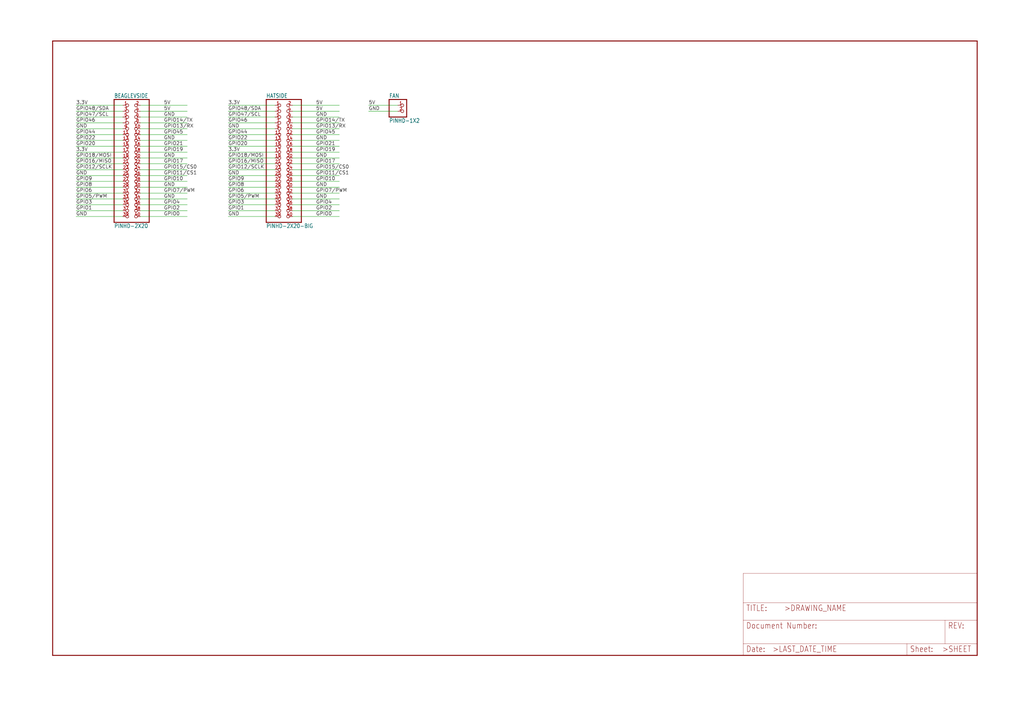
<source format=kicad_sch>
(kicad_sch (version 20210406) (generator eeschema)
  (paper "User" 444.5 306.019)
  (lib_symbols
    (symbol "BeagleV Chew Toy-eagle-import:PINHD-1X2"
      (property "Reference" "JP" (at -6.35 5.715 0))
      (property "Value" "PINHD-1X2" (at -6.35 -5.08 0))
      (symbol "PINHD-1X2_1_0"
        (polyline (pts (xy -6.35 -2.54) (xy 1.27 -2.54)) (stroke (width 0.4064)))
        (polyline (pts (xy -6.35 5.08) (xy -6.35 -2.54)) (stroke (width 0.4064)))
        (polyline (pts (xy 1.27 -2.54) (xy 1.27 5.08)) (stroke (width 0.4064)))
        (polyline (pts (xy 1.27 5.08) (xy -6.35 5.08)) (stroke (width 0.4064)))
        (pin passive inverted (at -2.54 2.54 0) (length 2.54) (name "1") (number "1"))
        (pin passive inverted (at -2.54 0 0) (length 2.54) (name "2") (number "2"))
      )
    )
    (symbol "BeagleV Chew Toy-eagle-import:PINHD-2X20"
      (property "Reference" "JP" (at -6.35 26.035 0))
      (property "Value" "PINHD-2X20" (at -6.35 -30.48 0))
      (symbol "PINHD-2X20_1_0"
        (polyline (pts (xy -6.35 -27.94) (xy 8.89 -27.94)) (stroke (width 0.4064)))
        (polyline (pts (xy -6.35 25.4) (xy -6.35 -27.94)) (stroke (width 0.4064)))
        (polyline (pts (xy 8.89 -27.94) (xy 8.89 25.4)) (stroke (width 0.4064)))
        (polyline (pts (xy 8.89 25.4) (xy -6.35 25.4)) (stroke (width 0.4064)))
        (pin passive inverted (at -2.54 22.86 0) (length 2.54) (name "1") (number "1"))
        (pin passive inverted (at 5.08 12.7 180) (length 2.54) (name "10") (number "10"))
        (pin passive inverted (at -2.54 10.16 0) (length 2.54) (name "11") (number "11"))
        (pin passive inverted (at 5.08 10.16 180) (length 2.54) (name "12") (number "12"))
        (pin passive inverted (at -2.54 7.62 0) (length 2.54) (name "13") (number "13"))
        (pin passive inverted (at 5.08 7.62 180) (length 2.54) (name "14") (number "14"))
        (pin passive inverted (at -2.54 5.08 0) (length 2.54) (name "15") (number "15"))
        (pin passive inverted (at 5.08 5.08 180) (length 2.54) (name "16") (number "16"))
        (pin passive inverted (at -2.54 2.54 0) (length 2.54) (name "17") (number "17"))
        (pin passive inverted (at 5.08 2.54 180) (length 2.54) (name "18") (number "18"))
        (pin passive inverted (at -2.54 0 0) (length 2.54) (name "19") (number "19"))
        (pin passive inverted (at 5.08 22.86 180) (length 2.54) (name "2") (number "2"))
        (pin passive inverted (at 5.08 0 180) (length 2.54) (name "20") (number "20"))
        (pin passive inverted (at -2.54 -2.54 0) (length 2.54) (name "21") (number "21"))
        (pin passive inverted (at 5.08 -2.54 180) (length 2.54) (name "22") (number "22"))
        (pin passive inverted (at -2.54 -5.08 0) (length 2.54) (name "23") (number "23"))
        (pin passive inverted (at 5.08 -5.08 180) (length 2.54) (name "24") (number "24"))
        (pin passive inverted (at -2.54 -7.62 0) (length 2.54) (name "25") (number "25"))
        (pin passive inverted (at 5.08 -7.62 180) (length 2.54) (name "26") (number "26"))
        (pin passive inverted (at -2.54 -10.16 0) (length 2.54) (name "27") (number "27"))
        (pin passive inverted (at 5.08 -10.16 180) (length 2.54) (name "28") (number "28"))
        (pin passive inverted (at -2.54 -12.7 0) (length 2.54) (name "29") (number "29"))
        (pin passive inverted (at -2.54 20.32 0) (length 2.54) (name "3") (number "3"))
        (pin passive inverted (at 5.08 -12.7 180) (length 2.54) (name "30") (number "30"))
        (pin passive inverted (at -2.54 -15.24 0) (length 2.54) (name "31") (number "31"))
        (pin passive inverted (at 5.08 -15.24 180) (length 2.54) (name "32") (number "32"))
        (pin passive inverted (at -2.54 -17.78 0) (length 2.54) (name "33") (number "33"))
        (pin passive inverted (at 5.08 -17.78 180) (length 2.54) (name "34") (number "34"))
        (pin passive inverted (at -2.54 -20.32 0) (length 2.54) (name "35") (number "35"))
        (pin passive inverted (at 5.08 -20.32 180) (length 2.54) (name "36") (number "36"))
        (pin passive inverted (at -2.54 -22.86 0) (length 2.54) (name "37") (number "37"))
        (pin passive inverted (at 5.08 -22.86 180) (length 2.54) (name "38") (number "38"))
        (pin passive inverted (at -2.54 -25.4 0) (length 2.54) (name "39") (number "39"))
        (pin passive inverted (at 5.08 20.32 180) (length 2.54) (name "4") (number "4"))
        (pin passive inverted (at 5.08 -25.4 180) (length 2.54) (name "40") (number "40"))
        (pin passive inverted (at -2.54 17.78 0) (length 2.54) (name "5") (number "5"))
        (pin passive inverted (at 5.08 17.78 180) (length 2.54) (name "6") (number "6"))
        (pin passive inverted (at -2.54 15.24 0) (length 2.54) (name "7") (number "7"))
        (pin passive inverted (at 5.08 15.24 180) (length 2.54) (name "8") (number "8"))
        (pin passive inverted (at -2.54 12.7 0) (length 2.54) (name "9") (number "9"))
      )
    )
    (symbol "BeagleV Chew Toy-eagle-import:PINHD-2X20-BIG"
      (property "Reference" "JP" (at -6.35 26.035 0))
      (property "Value" "PINHD-2X20-BIG" (at -6.35 -30.48 0))
      (symbol "PINHD-2X20-BIG_1_0"
        (polyline (pts (xy -6.35 -27.94) (xy 8.89 -27.94)) (stroke (width 0.4064)))
        (polyline (pts (xy -6.35 25.4) (xy -6.35 -27.94)) (stroke (width 0.4064)))
        (polyline (pts (xy 8.89 -27.94) (xy 8.89 25.4)) (stroke (width 0.4064)))
        (polyline (pts (xy 8.89 25.4) (xy -6.35 25.4)) (stroke (width 0.4064)))
        (pin passive inverted (at -2.54 22.86 0) (length 2.54) (name "1") (number "1"))
        (pin passive inverted (at 5.08 12.7 180) (length 2.54) (name "10") (number "10"))
        (pin passive inverted (at -2.54 10.16 0) (length 2.54) (name "11") (number "11"))
        (pin passive inverted (at 5.08 10.16 180) (length 2.54) (name "12") (number "12"))
        (pin passive inverted (at -2.54 7.62 0) (length 2.54) (name "13") (number "13"))
        (pin passive inverted (at 5.08 7.62 180) (length 2.54) (name "14") (number "14"))
        (pin passive inverted (at -2.54 5.08 0) (length 2.54) (name "15") (number "15"))
        (pin passive inverted (at 5.08 5.08 180) (length 2.54) (name "16") (number "16"))
        (pin passive inverted (at -2.54 2.54 0) (length 2.54) (name "17") (number "17"))
        (pin passive inverted (at 5.08 2.54 180) (length 2.54) (name "18") (number "18"))
        (pin passive inverted (at -2.54 0 0) (length 2.54) (name "19") (number "19"))
        (pin passive inverted (at 5.08 22.86 180) (length 2.54) (name "2") (number "2"))
        (pin passive inverted (at 5.08 0 180) (length 2.54) (name "20") (number "20"))
        (pin passive inverted (at -2.54 -2.54 0) (length 2.54) (name "21") (number "21"))
        (pin passive inverted (at 5.08 -2.54 180) (length 2.54) (name "22") (number "22"))
        (pin passive inverted (at -2.54 -5.08 0) (length 2.54) (name "23") (number "23"))
        (pin passive inverted (at 5.08 -5.08 180) (length 2.54) (name "24") (number "24"))
        (pin passive inverted (at -2.54 -7.62 0) (length 2.54) (name "25") (number "25"))
        (pin passive inverted (at 5.08 -7.62 180) (length 2.54) (name "26") (number "26"))
        (pin passive inverted (at -2.54 -10.16 0) (length 2.54) (name "27") (number "27"))
        (pin passive inverted (at 5.08 -10.16 180) (length 2.54) (name "28") (number "28"))
        (pin passive inverted (at -2.54 -12.7 0) (length 2.54) (name "29") (number "29"))
        (pin passive inverted (at -2.54 20.32 0) (length 2.54) (name "3") (number "3"))
        (pin passive inverted (at 5.08 -12.7 180) (length 2.54) (name "30") (number "30"))
        (pin passive inverted (at -2.54 -15.24 0) (length 2.54) (name "31") (number "31"))
        (pin passive inverted (at 5.08 -15.24 180) (length 2.54) (name "32") (number "32"))
        (pin passive inverted (at -2.54 -17.78 0) (length 2.54) (name "33") (number "33"))
        (pin passive inverted (at 5.08 -17.78 180) (length 2.54) (name "34") (number "34"))
        (pin passive inverted (at -2.54 -20.32 0) (length 2.54) (name "35") (number "35"))
        (pin passive inverted (at 5.08 -20.32 180) (length 2.54) (name "36") (number "36"))
        (pin passive inverted (at -2.54 -22.86 0) (length 2.54) (name "37") (number "37"))
        (pin passive inverted (at 5.08 -22.86 180) (length 2.54) (name "38") (number "38"))
        (pin passive inverted (at -2.54 -25.4 0) (length 2.54) (name "39") (number "39"))
        (pin passive inverted (at 5.08 20.32 180) (length 2.54) (name "4") (number "4"))
        (pin passive inverted (at 5.08 -25.4 180) (length 2.54) (name "40") (number "40"))
        (pin passive inverted (at -2.54 17.78 0) (length 2.54) (name "5") (number "5"))
        (pin passive inverted (at 5.08 17.78 180) (length 2.54) (name "6") (number "6"))
        (pin passive inverted (at -2.54 15.24 0) (length 2.54) (name "7") (number "7"))
        (pin passive inverted (at 5.08 15.24 180) (length 2.54) (name "8") (number "8"))
        (pin passive inverted (at -2.54 12.7 0) (length 2.54) (name "9") (number "9"))
      )
    )
    (symbol "BeagleV Chew Toy-eagle-import:TABL_L"
      (symbol "TABL_L_1_0"
        (polyline (pts (xy 0 0) (xy 401.32 0)) (stroke (width 0.4064)))
        (polyline (pts (xy 0 266.7) (xy 0 0)) (stroke (width 0.4064)))
        (polyline (pts (xy 401.32 0) (xy 401.32 266.7)) (stroke (width 0.4064)))
        (polyline (pts (xy 401.32 266.7) (xy 0 266.7)) (stroke (width 0.4064)))
      )
      (symbol "TABL_L_2_0"
        (text ">DRAWING_NAME" (at 17.78 19.05 0) (effects (font (size 2.54 2.159)) (justify left bottom)))
        (text ">LAST_DATE_TIME" (at 12.7 1.27 0) (effects (font (size 2.54 2.159)) (justify left bottom)))
        (text ">SHEET" (at 86.36 1.27 0) (effects (font (size 2.54 2.159)) (justify left bottom)))
        (text "Date:" (at 1.27 1.27 0) (effects (font (size 2.54 2.159)) (justify left bottom)))
        (text "Document Number:" (at 1.27 11.43 0) (effects (font (size 2.54 2.159)) (justify left bottom)))
        (text "REV:" (at 88.9 11.43 0) (effects (font (size 2.54 2.159)) (justify left bottom)))
        (text "Sheet:" (at 72.39 1.27 0) (effects (font (size 2.54 2.159)) (justify left bottom)))
        (text "TITLE:" (at 1.27 19.05 0) (effects (font (size 2.54 2.159)) (justify left bottom)))
        (polyline (pts (xy 0 0) (xy 0 5.08)) (stroke (width 0.1016)))
        (polyline (pts (xy 0 0) (xy 71.12 0)) (stroke (width 0.1016)))
        (polyline (pts (xy 0 5.08) (xy 0 15.24)) (stroke (width 0.1016)))
        (polyline (pts (xy 0 5.08) (xy 71.12 5.08)) (stroke (width 0.1016)))
        (polyline (pts (xy 0 15.24) (xy 0 22.86)) (stroke (width 0.1016)))
        (polyline (pts (xy 0 22.86) (xy 0 35.56)) (stroke (width 0.1016)))
        (polyline (pts (xy 0 22.86) (xy 101.6 22.86)) (stroke (width 0.1016)))
        (polyline (pts (xy 71.12 0) (xy 101.6 0)) (stroke (width 0.1016)))
        (polyline (pts (xy 71.12 5.08) (xy 71.12 0)) (stroke (width 0.1016)))
        (polyline (pts (xy 71.12 5.08) (xy 87.63 5.08)) (stroke (width 0.1016)))
        (polyline (pts (xy 87.63 5.08) (xy 101.6 5.08)) (stroke (width 0.1016)))
        (polyline (pts (xy 87.63 15.24) (xy 0 15.24)) (stroke (width 0.1016)))
        (polyline (pts (xy 87.63 15.24) (xy 87.63 5.08)) (stroke (width 0.1016)))
        (polyline (pts (xy 101.6 5.08) (xy 101.6 0)) (stroke (width 0.1016)))
        (polyline (pts (xy 101.6 15.24) (xy 87.63 15.24)) (stroke (width 0.1016)))
        (polyline (pts (xy 101.6 15.24) (xy 101.6 5.08)) (stroke (width 0.1016)))
        (polyline (pts (xy 101.6 22.86) (xy 101.6 15.24)) (stroke (width 0.1016)))
        (polyline (pts (xy 101.6 35.56) (xy 0 35.56)) (stroke (width 0.1016)))
        (polyline (pts (xy 101.6 35.56) (xy 101.6 22.86)) (stroke (width 0.1016)))
      )
    )
  )
  (wire (pts (xy 53.34 45.72) (xy 33.02 45.72)))
  (wire (pts (xy 53.34 48.26) (xy 33.02 48.26)))
  (wire (pts (xy 53.34 50.8) (xy 33.02 50.8)))
  (wire (pts (xy 53.34 53.34) (xy 33.02 53.34)))
  (wire (pts (xy 53.34 55.88) (xy 33.02 55.88)))
  (wire (pts (xy 53.34 58.42) (xy 33.02 58.42)))
  (wire (pts (xy 53.34 60.96) (xy 33.02 60.96)))
  (wire (pts (xy 53.34 63.5) (xy 33.02 63.5)))
  (wire (pts (xy 53.34 66.04) (xy 33.02 66.04)))
  (wire (pts (xy 53.34 68.58) (xy 33.02 68.58)))
  (wire (pts (xy 53.34 71.12) (xy 33.02 71.12)))
  (wire (pts (xy 53.34 73.66) (xy 33.02 73.66)))
  (wire (pts (xy 53.34 76.2) (xy 33.02 76.2)))
  (wire (pts (xy 53.34 78.74) (xy 33.02 78.74)))
  (wire (pts (xy 53.34 81.28) (xy 33.02 81.28)))
  (wire (pts (xy 53.34 83.82) (xy 33.02 83.82)))
  (wire (pts (xy 53.34 86.36) (xy 33.02 86.36)))
  (wire (pts (xy 53.34 88.9) (xy 33.02 88.9)))
  (wire (pts (xy 53.34 91.44) (xy 33.02 91.44)))
  (wire (pts (xy 53.34 93.98) (xy 33.02 93.98)))
  (wire (pts (xy 60.96 45.72) (xy 81.28 45.72)))
  (wire (pts (xy 60.96 48.26) (xy 81.28 48.26)))
  (wire (pts (xy 60.96 50.8) (xy 81.28 50.8)))
  (wire (pts (xy 60.96 53.34) (xy 81.28 53.34)))
  (wire (pts (xy 60.96 55.88) (xy 81.28 55.88)))
  (wire (pts (xy 60.96 58.42) (xy 81.28 58.42)))
  (wire (pts (xy 60.96 60.96) (xy 81.28 60.96)))
  (wire (pts (xy 60.96 63.5) (xy 81.28 63.5)))
  (wire (pts (xy 60.96 66.04) (xy 81.28 66.04)))
  (wire (pts (xy 60.96 68.58) (xy 81.28 68.58)))
  (wire (pts (xy 60.96 71.12) (xy 81.28 71.12)))
  (wire (pts (xy 60.96 73.66) (xy 81.28 73.66)))
  (wire (pts (xy 60.96 76.2) (xy 81.28 76.2)))
  (wire (pts (xy 60.96 78.74) (xy 81.28 78.74)))
  (wire (pts (xy 60.96 81.28) (xy 81.28 81.28)))
  (wire (pts (xy 60.96 83.82) (xy 81.28 83.82)))
  (wire (pts (xy 60.96 86.36) (xy 81.28 86.36)))
  (wire (pts (xy 60.96 88.9) (xy 81.28 88.9)))
  (wire (pts (xy 60.96 91.44) (xy 81.28 91.44)))
  (wire (pts (xy 60.96 93.98) (xy 81.28 93.98)))
  (wire (pts (xy 119.38 45.72) (xy 99.06 45.72)))
  (wire (pts (xy 119.38 48.26) (xy 99.06 48.26)))
  (wire (pts (xy 119.38 50.8) (xy 99.06 50.8)))
  (wire (pts (xy 119.38 53.34) (xy 99.06 53.34)))
  (wire (pts (xy 119.38 55.88) (xy 99.06 55.88)))
  (wire (pts (xy 119.38 58.42) (xy 99.06 58.42)))
  (wire (pts (xy 119.38 60.96) (xy 99.06 60.96)))
  (wire (pts (xy 119.38 63.5) (xy 99.06 63.5)))
  (wire (pts (xy 119.38 66.04) (xy 99.06 66.04)))
  (wire (pts (xy 119.38 68.58) (xy 99.06 68.58)))
  (wire (pts (xy 119.38 71.12) (xy 99.06 71.12)))
  (wire (pts (xy 119.38 73.66) (xy 99.06 73.66)))
  (wire (pts (xy 119.38 76.2) (xy 99.06 76.2)))
  (wire (pts (xy 119.38 78.74) (xy 99.06 78.74)))
  (wire (pts (xy 119.38 81.28) (xy 99.06 81.28)))
  (wire (pts (xy 119.38 83.82) (xy 99.06 83.82)))
  (wire (pts (xy 119.38 86.36) (xy 99.06 86.36)))
  (wire (pts (xy 119.38 88.9) (xy 99.06 88.9)))
  (wire (pts (xy 119.38 91.44) (xy 99.06 91.44)))
  (wire (pts (xy 119.38 93.98) (xy 99.06 93.98)))
  (wire (pts (xy 127 45.72) (xy 147.32 45.72)))
  (wire (pts (xy 127 48.26) (xy 147.32 48.26)))
  (wire (pts (xy 127 50.8) (xy 147.32 50.8)))
  (wire (pts (xy 127 53.34) (xy 147.32 53.34)))
  (wire (pts (xy 127 55.88) (xy 147.32 55.88)))
  (wire (pts (xy 127 58.42) (xy 147.32 58.42)))
  (wire (pts (xy 127 60.96) (xy 147.32 60.96)))
  (wire (pts (xy 127 63.5) (xy 147.32 63.5)))
  (wire (pts (xy 127 66.04) (xy 147.32 66.04)))
  (wire (pts (xy 127 68.58) (xy 147.32 68.58)))
  (wire (pts (xy 127 71.12) (xy 147.32 71.12)))
  (wire (pts (xy 127 73.66) (xy 147.32 73.66)))
  (wire (pts (xy 127 76.2) (xy 147.32 76.2)))
  (wire (pts (xy 127 78.74) (xy 147.32 78.74)))
  (wire (pts (xy 127 81.28) (xy 147.32 81.28)))
  (wire (pts (xy 127 83.82) (xy 147.32 83.82)))
  (wire (pts (xy 127 86.36) (xy 147.32 86.36)))
  (wire (pts (xy 127 88.9) (xy 147.32 88.9)))
  (wire (pts (xy 127 91.44) (xy 147.32 91.44)))
  (wire (pts (xy 127 93.98) (xy 147.32 93.98)))
  (wire (pts (xy 172.72 45.72) (xy 160.02 45.72)))
  (wire (pts (xy 172.72 48.26) (xy 160.02 48.26)))
  (label "3.3V" (at 33.02 45.72 0) (effects (font (size 1.5113 1.5113))))
  (label "GPIO48/SDA" (at 33.02 48.26 0) (effects (font (size 1.5113 1.5113))))
  (label "GPIO47/SCL" (at 33.02 50.8 0) (effects (font (size 1.5113 1.5113))))
  (label "GPIO46" (at 33.02 53.34 0) (effects (font (size 1.5113 1.5113))))
  (label "GND" (at 33.02 55.88 0) (effects (font (size 1.5113 1.5113))))
  (label "GPIO44" (at 33.02 58.42 0) (effects (font (size 1.5113 1.5113))))
  (label "GPIO22" (at 33.02 60.96 0) (effects (font (size 1.5113 1.5113))))
  (label "GPIO20" (at 33.02 63.5 0) (effects (font (size 1.5113 1.5113))))
  (label "3.3V" (at 33.02 66.04 0) (effects (font (size 1.5113 1.5113))))
  (label "GPIO18/MOSI" (at 33.02 68.58 0) (effects (font (size 1.5113 1.5113))))
  (label "GPIO16/MISO" (at 33.02 71.12 0) (effects (font (size 1.5113 1.5113))))
  (label "GPIO12/SCLK" (at 33.02 73.66 0) (effects (font (size 1.5113 1.5113))))
  (label "GND" (at 33.02 76.2 0) (effects (font (size 1.5113 1.5113))))
  (label "GPIO9" (at 33.02 78.74 0) (effects (font (size 1.5113 1.5113))))
  (label "GPIO8" (at 33.02 81.28 0) (effects (font (size 1.5113 1.5113))))
  (label "GPIO6" (at 33.02 83.82 0) (effects (font (size 1.5113 1.5113))))
  (label "GPIO5/PWM" (at 33.02 86.36 0) (effects (font (size 1.5113 1.5113))))
  (label "GPIO3" (at 33.02 88.9 0) (effects (font (size 1.5113 1.5113))))
  (label "GPIO1" (at 33.02 91.44 0) (effects (font (size 1.5113 1.5113))))
  (label "GND" (at 33.02 93.98 0) (effects (font (size 1.5113 1.5113))))
  (label "5V" (at 71.12 45.72 0) (effects (font (size 1.5113 1.5113))))
  (label "5V" (at 71.12 48.26 0) (effects (font (size 1.5113 1.5113))))
  (label "GND" (at 71.12 50.8 0) (effects (font (size 1.5113 1.5113))))
  (label "GPIO14/TX" (at 71.12 53.34 0) (effects (font (size 1.5113 1.5113))))
  (label "GPIO13/RX" (at 71.12 55.88 0) (effects (font (size 1.5113 1.5113))))
  (label "GPIO45" (at 71.12 58.42 0) (effects (font (size 1.5113 1.5113))))
  (label "GND" (at 71.12 60.96 0) (effects (font (size 1.5113 1.5113))))
  (label "GPIO21" (at 71.12 63.5 0) (effects (font (size 1.5113 1.5113))))
  (label "GPIO19" (at 71.12 66.04 0) (effects (font (size 1.5113 1.5113))))
  (label "GND" (at 71.12 68.58 0) (effects (font (size 1.5113 1.5113))))
  (label "GPIO17" (at 71.12 71.12 0) (effects (font (size 1.5113 1.5113))))
  (label "GPIO15/CS0" (at 71.12 73.66 0) (effects (font (size 1.5113 1.5113))))
  (label "GPIO11/CS1" (at 71.12 76.2 0) (effects (font (size 1.5113 1.5113))))
  (label "GPIO10" (at 71.12 78.74 0) (effects (font (size 1.5113 1.5113))))
  (label "GND" (at 71.12 81.28 0) (effects (font (size 1.5113 1.5113))))
  (label "GPIO7/PWM" (at 71.12 83.82 0) (effects (font (size 1.5113 1.5113))))
  (label "GND" (at 71.12 86.36 0) (effects (font (size 1.5113 1.5113))))
  (label "GPIO4" (at 71.12 88.9 0) (effects (font (size 1.5113 1.5113))))
  (label "GPIO2" (at 71.12 91.44 0) (effects (font (size 1.5113 1.5113))))
  (label "GPIO0" (at 71.12 93.98 0) (effects (font (size 1.5113 1.5113))))
  (label "3.3V" (at 99.06 45.72 0) (effects (font (size 1.5113 1.5113))))
  (label "GPIO48/SDA" (at 99.06 48.26 0) (effects (font (size 1.5113 1.5113))))
  (label "GPIO47/SCL" (at 99.06 50.8 0) (effects (font (size 1.5113 1.5113))))
  (label "GPIO46" (at 99.06 53.34 0) (effects (font (size 1.5113 1.5113))))
  (label "GND" (at 99.06 55.88 0) (effects (font (size 1.5113 1.5113))))
  (label "GPIO44" (at 99.06 58.42 0) (effects (font (size 1.5113 1.5113))))
  (label "GPIO22" (at 99.06 60.96 0) (effects (font (size 1.5113 1.5113))))
  (label "GPIO20" (at 99.06 63.5 0) (effects (font (size 1.5113 1.5113))))
  (label "3.3V" (at 99.06 66.04 0) (effects (font (size 1.5113 1.5113))))
  (label "GPIO18/MOSI" (at 99.06 68.58 0) (effects (font (size 1.5113 1.5113))))
  (label "GPIO16/MISO" (at 99.06 71.12 0) (effects (font (size 1.5113 1.5113))))
  (label "GPIO12/SCLK" (at 99.06 73.66 0) (effects (font (size 1.5113 1.5113))))
  (label "GND" (at 99.06 76.2 0) (effects (font (size 1.5113 1.5113))))
  (label "GPIO9" (at 99.06 78.74 0) (effects (font (size 1.5113 1.5113))))
  (label "GPIO8" (at 99.06 81.28 0) (effects (font (size 1.5113 1.5113))))
  (label "GPIO6" (at 99.06 83.82 0) (effects (font (size 1.5113 1.5113))))
  (label "GPIO5/PWM" (at 99.06 86.36 0) (effects (font (size 1.5113 1.5113))))
  (label "GPIO3" (at 99.06 88.9 0) (effects (font (size 1.5113 1.5113))))
  (label "GPIO1" (at 99.06 91.44 0) (effects (font (size 1.5113 1.5113))))
  (label "GND" (at 99.06 93.98 0) (effects (font (size 1.5113 1.5113))))
  (label "5V" (at 137.16 45.72 0) (effects (font (size 1.5113 1.5113))))
  (label "5V" (at 137.16 48.26 0) (effects (font (size 1.5113 1.5113))))
  (label "GND" (at 137.16 50.8 0) (effects (font (size 1.5113 1.5113))))
  (label "GPIO14/TX" (at 137.16 53.34 0) (effects (font (size 1.5113 1.5113))))
  (label "GPIO13/RX" (at 137.16 55.88 0) (effects (font (size 1.5113 1.5113))))
  (label "GPIO45" (at 137.16 58.42 0) (effects (font (size 1.5113 1.5113))))
  (label "GND" (at 137.16 60.96 0) (effects (font (size 1.5113 1.5113))))
  (label "GPIO21" (at 137.16 63.5 0) (effects (font (size 1.5113 1.5113))))
  (label "GPIO19" (at 137.16 66.04 0) (effects (font (size 1.5113 1.5113))))
  (label "GND" (at 137.16 68.58 0) (effects (font (size 1.5113 1.5113))))
  (label "GPIO17" (at 137.16 71.12 0) (effects (font (size 1.5113 1.5113))))
  (label "GPIO15/CS0" (at 137.16 73.66 0) (effects (font (size 1.5113 1.5113))))
  (label "GPIO11/CS1" (at 137.16 76.2 0) (effects (font (size 1.5113 1.5113))))
  (label "GPIO10" (at 137.16 78.74 0) (effects (font (size 1.5113 1.5113))))
  (label "GND" (at 137.16 81.28 0) (effects (font (size 1.5113 1.5113))))
  (label "GPIO7/PWM" (at 137.16 83.82 0) (effects (font (size 1.5113 1.5113))))
  (label "GND" (at 137.16 86.36 0) (effects (font (size 1.5113 1.5113))))
  (label "GPIO4" (at 137.16 88.9 0) (effects (font (size 1.5113 1.5113))))
  (label "GPIO2" (at 137.16 91.44 0) (effects (font (size 1.5113 1.5113))))
  (label "GPIO0" (at 137.16 93.98 0) (effects (font (size 1.5113 1.5113))))
  (label "5V" (at 160.02 45.72 0) (effects (font (size 1.5113 1.5113))))
  (label "GND" (at 160.02 48.26 0) (effects (font (size 1.5113 1.5113))))
  (symbol (lib_id "BeagleV Chew Toy-eagle-import:PINHD-1X2") (at 175.26 48.26 0)
    (property "Reference" "FAN" (at 168.91 42.545 0) (effects (font (size 1.778 1.5113)) (justify left bottom)))
    (property "Value" "PINHD-1X2" (at 168.91 53.34 0) (effects (font (size 1.778 1.5113)) (justify left bottom)))
    (property "Footprint" "1X02" (effects hide))
  )
  (symbol (lib_id "BeagleV Chew Toy-eagle-import:PINHD-2X20") (at 55.88 68.58 0)
    (property "Reference" "BEAGLEVSIDE" (at 49.53 42.545 0) (effects (font (size 1.778 1.5113)) (justify left bottom)))
    (property "Value" "PINHD-2X20" (at 49.53 99.06 0) (effects (font (size 1.778 1.5113)) (justify left bottom)))
    (property "Footprint" "2X20" (effects hide))
  )
  (symbol (lib_id "BeagleV Chew Toy-eagle-import:PINHD-2X20-BIG") (at 121.92 68.58 0)
    (property "Reference" "HATSIDE" (at 115.57 42.545 0) (effects (font (size 1.778 1.5113)) (justify left bottom)))
    (property "Value" "PINHD-2X20-BIG" (at 115.57 99.06 0) (effects (font (size 1.778 1.5113)) (justify left bottom)))
    (property "Footprint" "2X20-BIG" (effects hide))
  )
  (symbol (lib_id "BeagleV Chew Toy-eagle-import:TABL_L") (at 322.58 284.48 0)
    (property "Reference" "#FRAME1" (effects hide))
    (property "Value" "TABL_L" (effects hide))
  )
  (symbol (lib_id "BeagleV Chew Toy-eagle-import:TABL_L") (at 22.86 284.48 0)
    (property "Reference" "#FRAME1" (effects hide))
    (property "Value" "TABL_L" (effects hide))
  )
)
</source>
